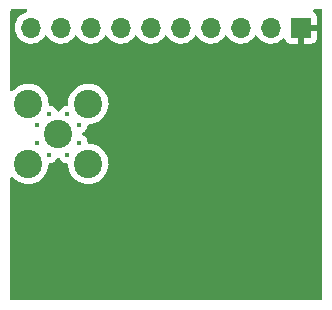
<source format=gbr>
%TF.GenerationSoftware,KiCad,Pcbnew,(6.0.10-0)*%
%TF.CreationDate,2023-02-01T22:05:35-08:00*%
%TF.ProjectId,DRF1268T,44524631-3236-4385-942e-6b696361645f,rev?*%
%TF.SameCoordinates,Original*%
%TF.FileFunction,Copper,L2,Bot*%
%TF.FilePolarity,Positive*%
%FSLAX46Y46*%
G04 Gerber Fmt 4.6, Leading zero omitted, Abs format (unit mm)*
G04 Created by KiCad (PCBNEW (6.0.10-0)) date 2023-02-01 22:05:35*
%MOMM*%
%LPD*%
G01*
G04 APERTURE LIST*
%TA.AperFunction,ComponentPad*%
%ADD10C,2.400000*%
%TD*%
%TA.AperFunction,ComponentPad*%
%ADD11R,1.700000X1.700000*%
%TD*%
%TA.AperFunction,ComponentPad*%
%ADD12O,1.700000X1.700000*%
%TD*%
%TA.AperFunction,ViaPad*%
%ADD13C,0.400000*%
%TD*%
%TA.AperFunction,ViaPad*%
%ADD14C,0.800000*%
%TD*%
G04 APERTURE END LIST*
D10*
%TO.P,J1,1*%
%TO.N,Net-(J1-Pad1)*%
X147320000Y-107318000D03*
%TO.P,J1,2*%
%TO.N,GND*%
X149860000Y-104778000D03*
%TO.P,J1,3*%
X144780000Y-104778000D03*
%TO.P,J1,4*%
X144780000Y-109858000D03*
%TO.P,J1,5*%
X149860000Y-109858000D03*
%TD*%
D11*
%TO.P,J2,1,Pin_1*%
%TO.N,+3.3V*%
X167864000Y-98323000D03*
D12*
%TO.P,J2,2,Pin_2*%
%TO.N,GND*%
X165324000Y-98323000D03*
%TO.P,J2,3,Pin_3*%
%TO.N,Net-(R1-Pad16)*%
X162784000Y-98323000D03*
%TO.P,J2,4,Pin_4*%
%TO.N,Net-(R1-Pad15)*%
X160244000Y-98323000D03*
%TO.P,J2,5,Pin_5*%
%TO.N,Net-(R1-Pad14)*%
X157704000Y-98323000D03*
%TO.P,J2,6,Pin_6*%
%TO.N,Net-(R1-Pad13)*%
X155164000Y-98323000D03*
%TO.P,J2,7,Pin_7*%
%TO.N,Net-(R1-Pad12)*%
X152624000Y-98323000D03*
%TO.P,J2,8,Pin_8*%
%TO.N,Net-(R1-Pad11)*%
X150084000Y-98323000D03*
%TO.P,J2,9,Pin_9*%
%TO.N,Net-(R1-Pad10)*%
X147544000Y-98323000D03*
%TO.P,J2,10,Pin_10*%
%TO.N,Net-(R1-Pad9)*%
X145004000Y-98323000D03*
%TD*%
D13*
%TO.N,GND*%
X149098000Y-106553000D03*
X149098000Y-108077000D03*
D14*
%TO.N,+3.3V*%
X168148000Y-119888000D03*
X154686000Y-119918000D03*
X154606000Y-110918000D03*
X168275000Y-110918000D03*
D13*
%TO.N,GND*%
X145542000Y-106553000D03*
X148082000Y-105664000D03*
X148082000Y-109093000D03*
X146558000Y-105664000D03*
X146558000Y-109093000D03*
X145542000Y-108077000D03*
%TD*%
%TA.AperFunction,Conductor*%
%TO.N,+3.3V*%
G36*
X144645750Y-96794502D02*
G01*
X144692243Y-96848158D01*
X144702347Y-96918432D01*
X144672853Y-96983012D01*
X144616774Y-97020265D01*
X144475756Y-97066357D01*
X144277607Y-97169507D01*
X144273474Y-97172610D01*
X144273471Y-97172612D01*
X144190450Y-97234946D01*
X144098965Y-97303635D01*
X143944629Y-97465138D01*
X143818743Y-97649680D01*
X143724688Y-97852305D01*
X143664989Y-98067570D01*
X143641251Y-98289695D01*
X143654110Y-98512715D01*
X143655247Y-98517761D01*
X143655248Y-98517767D01*
X143669606Y-98581475D01*
X143703222Y-98730639D01*
X143787266Y-98937616D01*
X143838942Y-99021944D01*
X143901291Y-99123688D01*
X143903987Y-99128088D01*
X144050250Y-99296938D01*
X144222126Y-99439632D01*
X144415000Y-99552338D01*
X144623692Y-99632030D01*
X144628760Y-99633061D01*
X144628763Y-99633062D01*
X144736017Y-99654883D01*
X144842597Y-99676567D01*
X144847772Y-99676757D01*
X144847774Y-99676757D01*
X145060673Y-99684564D01*
X145060677Y-99684564D01*
X145065837Y-99684753D01*
X145070957Y-99684097D01*
X145070959Y-99684097D01*
X145282288Y-99657025D01*
X145282289Y-99657025D01*
X145287416Y-99656368D01*
X145292366Y-99654883D01*
X145496429Y-99593661D01*
X145496434Y-99593659D01*
X145501384Y-99592174D01*
X145701994Y-99493896D01*
X145883860Y-99364173D01*
X146042096Y-99206489D01*
X146101594Y-99123689D01*
X146172453Y-99025077D01*
X146173776Y-99026028D01*
X146220645Y-98982857D01*
X146290580Y-98970625D01*
X146356026Y-98998144D01*
X146383875Y-99029994D01*
X146443987Y-99128088D01*
X146590250Y-99296938D01*
X146762126Y-99439632D01*
X146955000Y-99552338D01*
X147163692Y-99632030D01*
X147168760Y-99633061D01*
X147168763Y-99633062D01*
X147276017Y-99654883D01*
X147382597Y-99676567D01*
X147387772Y-99676757D01*
X147387774Y-99676757D01*
X147600673Y-99684564D01*
X147600677Y-99684564D01*
X147605837Y-99684753D01*
X147610957Y-99684097D01*
X147610959Y-99684097D01*
X147822288Y-99657025D01*
X147822289Y-99657025D01*
X147827416Y-99656368D01*
X147832366Y-99654883D01*
X148036429Y-99593661D01*
X148036434Y-99593659D01*
X148041384Y-99592174D01*
X148241994Y-99493896D01*
X148423860Y-99364173D01*
X148582096Y-99206489D01*
X148641594Y-99123689D01*
X148712453Y-99025077D01*
X148713776Y-99026028D01*
X148760645Y-98982857D01*
X148830580Y-98970625D01*
X148896026Y-98998144D01*
X148923875Y-99029994D01*
X148983987Y-99128088D01*
X149130250Y-99296938D01*
X149302126Y-99439632D01*
X149495000Y-99552338D01*
X149703692Y-99632030D01*
X149708760Y-99633061D01*
X149708763Y-99633062D01*
X149816017Y-99654883D01*
X149922597Y-99676567D01*
X149927772Y-99676757D01*
X149927774Y-99676757D01*
X150140673Y-99684564D01*
X150140677Y-99684564D01*
X150145837Y-99684753D01*
X150150957Y-99684097D01*
X150150959Y-99684097D01*
X150362288Y-99657025D01*
X150362289Y-99657025D01*
X150367416Y-99656368D01*
X150372366Y-99654883D01*
X150576429Y-99593661D01*
X150576434Y-99593659D01*
X150581384Y-99592174D01*
X150781994Y-99493896D01*
X150963860Y-99364173D01*
X151122096Y-99206489D01*
X151181594Y-99123689D01*
X151252453Y-99025077D01*
X151253776Y-99026028D01*
X151300645Y-98982857D01*
X151370580Y-98970625D01*
X151436026Y-98998144D01*
X151463875Y-99029994D01*
X151523987Y-99128088D01*
X151670250Y-99296938D01*
X151842126Y-99439632D01*
X152035000Y-99552338D01*
X152243692Y-99632030D01*
X152248760Y-99633061D01*
X152248763Y-99633062D01*
X152356017Y-99654883D01*
X152462597Y-99676567D01*
X152467772Y-99676757D01*
X152467774Y-99676757D01*
X152680673Y-99684564D01*
X152680677Y-99684564D01*
X152685837Y-99684753D01*
X152690957Y-99684097D01*
X152690959Y-99684097D01*
X152902288Y-99657025D01*
X152902289Y-99657025D01*
X152907416Y-99656368D01*
X152912366Y-99654883D01*
X153116429Y-99593661D01*
X153116434Y-99593659D01*
X153121384Y-99592174D01*
X153321994Y-99493896D01*
X153503860Y-99364173D01*
X153662096Y-99206489D01*
X153721594Y-99123689D01*
X153792453Y-99025077D01*
X153793776Y-99026028D01*
X153840645Y-98982857D01*
X153910580Y-98970625D01*
X153976026Y-98998144D01*
X154003875Y-99029994D01*
X154063987Y-99128088D01*
X154210250Y-99296938D01*
X154382126Y-99439632D01*
X154575000Y-99552338D01*
X154783692Y-99632030D01*
X154788760Y-99633061D01*
X154788763Y-99633062D01*
X154896017Y-99654883D01*
X155002597Y-99676567D01*
X155007772Y-99676757D01*
X155007774Y-99676757D01*
X155220673Y-99684564D01*
X155220677Y-99684564D01*
X155225837Y-99684753D01*
X155230957Y-99684097D01*
X155230959Y-99684097D01*
X155442288Y-99657025D01*
X155442289Y-99657025D01*
X155447416Y-99656368D01*
X155452366Y-99654883D01*
X155656429Y-99593661D01*
X155656434Y-99593659D01*
X155661384Y-99592174D01*
X155861994Y-99493896D01*
X156043860Y-99364173D01*
X156202096Y-99206489D01*
X156261594Y-99123689D01*
X156332453Y-99025077D01*
X156333776Y-99026028D01*
X156380645Y-98982857D01*
X156450580Y-98970625D01*
X156516026Y-98998144D01*
X156543875Y-99029994D01*
X156603987Y-99128088D01*
X156750250Y-99296938D01*
X156922126Y-99439632D01*
X157115000Y-99552338D01*
X157323692Y-99632030D01*
X157328760Y-99633061D01*
X157328763Y-99633062D01*
X157436017Y-99654883D01*
X157542597Y-99676567D01*
X157547772Y-99676757D01*
X157547774Y-99676757D01*
X157760673Y-99684564D01*
X157760677Y-99684564D01*
X157765837Y-99684753D01*
X157770957Y-99684097D01*
X157770959Y-99684097D01*
X157982288Y-99657025D01*
X157982289Y-99657025D01*
X157987416Y-99656368D01*
X157992366Y-99654883D01*
X158196429Y-99593661D01*
X158196434Y-99593659D01*
X158201384Y-99592174D01*
X158401994Y-99493896D01*
X158583860Y-99364173D01*
X158742096Y-99206489D01*
X158801594Y-99123689D01*
X158872453Y-99025077D01*
X158873776Y-99026028D01*
X158920645Y-98982857D01*
X158990580Y-98970625D01*
X159056026Y-98998144D01*
X159083875Y-99029994D01*
X159143987Y-99128088D01*
X159290250Y-99296938D01*
X159462126Y-99439632D01*
X159655000Y-99552338D01*
X159863692Y-99632030D01*
X159868760Y-99633061D01*
X159868763Y-99633062D01*
X159976017Y-99654883D01*
X160082597Y-99676567D01*
X160087772Y-99676757D01*
X160087774Y-99676757D01*
X160300673Y-99684564D01*
X160300677Y-99684564D01*
X160305837Y-99684753D01*
X160310957Y-99684097D01*
X160310959Y-99684097D01*
X160522288Y-99657025D01*
X160522289Y-99657025D01*
X160527416Y-99656368D01*
X160532366Y-99654883D01*
X160736429Y-99593661D01*
X160736434Y-99593659D01*
X160741384Y-99592174D01*
X160941994Y-99493896D01*
X161123860Y-99364173D01*
X161282096Y-99206489D01*
X161341594Y-99123689D01*
X161412453Y-99025077D01*
X161413776Y-99026028D01*
X161460645Y-98982857D01*
X161530580Y-98970625D01*
X161596026Y-98998144D01*
X161623875Y-99029994D01*
X161683987Y-99128088D01*
X161830250Y-99296938D01*
X162002126Y-99439632D01*
X162195000Y-99552338D01*
X162403692Y-99632030D01*
X162408760Y-99633061D01*
X162408763Y-99633062D01*
X162516017Y-99654883D01*
X162622597Y-99676567D01*
X162627772Y-99676757D01*
X162627774Y-99676757D01*
X162840673Y-99684564D01*
X162840677Y-99684564D01*
X162845837Y-99684753D01*
X162850957Y-99684097D01*
X162850959Y-99684097D01*
X163062288Y-99657025D01*
X163062289Y-99657025D01*
X163067416Y-99656368D01*
X163072366Y-99654883D01*
X163276429Y-99593661D01*
X163276434Y-99593659D01*
X163281384Y-99592174D01*
X163481994Y-99493896D01*
X163663860Y-99364173D01*
X163822096Y-99206489D01*
X163881594Y-99123689D01*
X163952453Y-99025077D01*
X163953776Y-99026028D01*
X164000645Y-98982857D01*
X164070580Y-98970625D01*
X164136026Y-98998144D01*
X164163875Y-99029994D01*
X164223987Y-99128088D01*
X164370250Y-99296938D01*
X164542126Y-99439632D01*
X164735000Y-99552338D01*
X164943692Y-99632030D01*
X164948760Y-99633061D01*
X164948763Y-99633062D01*
X165056017Y-99654883D01*
X165162597Y-99676567D01*
X165167772Y-99676757D01*
X165167774Y-99676757D01*
X165380673Y-99684564D01*
X165380677Y-99684564D01*
X165385837Y-99684753D01*
X165390957Y-99684097D01*
X165390959Y-99684097D01*
X165602288Y-99657025D01*
X165602289Y-99657025D01*
X165607416Y-99656368D01*
X165612366Y-99654883D01*
X165816429Y-99593661D01*
X165816434Y-99593659D01*
X165821384Y-99592174D01*
X166021994Y-99493896D01*
X166203860Y-99364173D01*
X166271331Y-99296938D01*
X166312479Y-99255933D01*
X166374851Y-99222017D01*
X166445658Y-99227205D01*
X166502419Y-99269851D01*
X166519401Y-99300954D01*
X166560676Y-99411054D01*
X166569214Y-99426649D01*
X166645715Y-99528724D01*
X166658276Y-99541285D01*
X166760351Y-99617786D01*
X166775946Y-99626324D01*
X166896394Y-99671478D01*
X166911649Y-99675105D01*
X166962514Y-99680631D01*
X166969328Y-99681000D01*
X167591885Y-99681000D01*
X167607124Y-99676525D01*
X167608329Y-99675135D01*
X167610000Y-99667452D01*
X167610000Y-99662884D01*
X168118000Y-99662884D01*
X168122475Y-99678123D01*
X168123865Y-99679328D01*
X168131548Y-99680999D01*
X168758669Y-99680999D01*
X168765490Y-99680629D01*
X168816352Y-99675105D01*
X168831604Y-99671479D01*
X168952054Y-99626324D01*
X168967649Y-99617786D01*
X169069724Y-99541285D01*
X169082285Y-99528724D01*
X169158786Y-99426649D01*
X169167324Y-99411054D01*
X169212478Y-99290606D01*
X169216105Y-99275351D01*
X169221631Y-99224486D01*
X169222000Y-99217672D01*
X169222000Y-98595115D01*
X169217525Y-98579876D01*
X169216135Y-98578671D01*
X169208452Y-98577000D01*
X168136115Y-98577000D01*
X168120876Y-98581475D01*
X168119671Y-98582865D01*
X168118000Y-98590548D01*
X168118000Y-99662884D01*
X167610000Y-99662884D01*
X167610000Y-98195000D01*
X167630002Y-98126879D01*
X167683658Y-98080386D01*
X167736000Y-98069000D01*
X169203884Y-98069000D01*
X169219123Y-98064525D01*
X169220328Y-98063135D01*
X169221999Y-98055452D01*
X169221999Y-97428331D01*
X169221629Y-97421510D01*
X169216105Y-97370648D01*
X169212479Y-97355396D01*
X169167324Y-97234946D01*
X169158786Y-97219351D01*
X169082285Y-97117276D01*
X169069724Y-97104715D01*
X168967649Y-97028214D01*
X168952052Y-97019675D01*
X168948870Y-97018482D01*
X168946173Y-97016456D01*
X168944182Y-97015366D01*
X168944339Y-97015079D01*
X168892105Y-96975841D01*
X168867405Y-96909279D01*
X168882612Y-96839930D01*
X168932898Y-96789812D01*
X168993099Y-96774500D01*
X169545500Y-96774500D01*
X169613621Y-96794502D01*
X169660114Y-96848158D01*
X169671500Y-96900500D01*
X169671500Y-121285500D01*
X169651498Y-121353621D01*
X169597842Y-121400114D01*
X169545500Y-121411500D01*
X143382500Y-121411500D01*
X143314379Y-121391498D01*
X143267886Y-121337842D01*
X143256500Y-121285500D01*
X143256500Y-111052715D01*
X143276502Y-110984594D01*
X143330158Y-110938101D01*
X143400432Y-110927997D01*
X143465012Y-110957491D01*
X143481075Y-110974764D01*
X143481097Y-110974745D01*
X143481670Y-110975404D01*
X143483460Y-110977329D01*
X143486963Y-110982020D01*
X143490272Y-110985300D01*
X143490277Y-110985306D01*
X143588859Y-111083031D01*
X143667307Y-111160797D01*
X143671069Y-111163555D01*
X143671072Y-111163558D01*
X143776764Y-111241054D01*
X143872094Y-111310953D01*
X143876229Y-111313129D01*
X143876233Y-111313131D01*
X143994289Y-111375243D01*
X144096827Y-111429191D01*
X144336568Y-111512912D01*
X144586050Y-111560278D01*
X144706532Y-111565011D01*
X144835125Y-111570064D01*
X144835130Y-111570064D01*
X144839793Y-111570247D01*
X144938774Y-111559407D01*
X145087569Y-111543112D01*
X145087575Y-111543111D01*
X145092222Y-111542602D01*
X145201680Y-111513784D01*
X145333273Y-111479138D01*
X145337793Y-111477948D01*
X145456353Y-111427011D01*
X145566807Y-111379557D01*
X145566810Y-111379555D01*
X145571110Y-111377708D01*
X145575090Y-111375245D01*
X145575094Y-111375243D01*
X145783064Y-111246547D01*
X145783066Y-111246545D01*
X145787047Y-111244082D01*
X145885428Y-111160797D01*
X145977289Y-111083031D01*
X145977291Y-111083029D01*
X145980862Y-111080006D01*
X146148295Y-110889084D01*
X146285669Y-110675512D01*
X146389967Y-110443980D01*
X146458896Y-110199575D01*
X146490943Y-109947667D01*
X146491529Y-109925275D01*
X146513306Y-109857702D01*
X146568160Y-109812628D01*
X146619459Y-109802588D01*
X146632602Y-109802794D01*
X146640006Y-109801098D01*
X146640008Y-109801098D01*
X146702846Y-109786706D01*
X146799759Y-109764510D01*
X146952958Y-109687459D01*
X146958729Y-109682530D01*
X146958732Y-109682528D01*
X147077578Y-109581023D01*
X147083355Y-109576089D01*
X147183424Y-109436830D01*
X147186255Y-109429786D01*
X147186259Y-109429780D01*
X147202286Y-109389911D01*
X147246253Y-109334167D01*
X147313378Y-109311042D01*
X147382349Y-109327879D01*
X147431269Y-109379332D01*
X147437519Y-109393606D01*
X147446085Y-109417015D01*
X147450322Y-109423321D01*
X147450324Y-109423324D01*
X147459400Y-109436830D01*
X147541730Y-109559349D01*
X147668565Y-109674760D01*
X147819268Y-109756585D01*
X147985139Y-109800101D01*
X148028587Y-109800783D01*
X148096384Y-109821851D01*
X148142029Y-109876230D01*
X148152463Y-109920721D01*
X148153908Y-109950798D01*
X148159480Y-110066798D01*
X148209021Y-110315857D01*
X148210600Y-110320255D01*
X148210602Y-110320262D01*
X148255022Y-110443980D01*
X148294831Y-110554858D01*
X148415025Y-110778551D01*
X148417820Y-110782294D01*
X148417822Y-110782297D01*
X148564171Y-110978282D01*
X148564176Y-110978288D01*
X148566963Y-110982020D01*
X148570272Y-110985300D01*
X148570277Y-110985306D01*
X148668859Y-111083031D01*
X148747307Y-111160797D01*
X148751069Y-111163555D01*
X148751072Y-111163558D01*
X148856764Y-111241054D01*
X148952094Y-111310953D01*
X148956229Y-111313129D01*
X148956233Y-111313131D01*
X149074289Y-111375243D01*
X149176827Y-111429191D01*
X149416568Y-111512912D01*
X149666050Y-111560278D01*
X149786532Y-111565011D01*
X149915125Y-111570064D01*
X149915130Y-111570064D01*
X149919793Y-111570247D01*
X150018774Y-111559407D01*
X150167569Y-111543112D01*
X150167575Y-111543111D01*
X150172222Y-111542602D01*
X150281680Y-111513784D01*
X150413273Y-111479138D01*
X150417793Y-111477948D01*
X150536353Y-111427011D01*
X150646807Y-111379557D01*
X150646810Y-111379555D01*
X150651110Y-111377708D01*
X150655090Y-111375245D01*
X150655094Y-111375243D01*
X150863064Y-111246547D01*
X150863066Y-111246545D01*
X150867047Y-111244082D01*
X150965428Y-111160797D01*
X151057289Y-111083031D01*
X151057291Y-111083029D01*
X151060862Y-111080006D01*
X151228295Y-110889084D01*
X151365669Y-110675512D01*
X151469967Y-110443980D01*
X151538896Y-110199575D01*
X151570943Y-109947667D01*
X151571530Y-109925276D01*
X151572264Y-109897233D01*
X151573291Y-109858000D01*
X151569919Y-109812628D01*
X151554818Y-109609411D01*
X151554817Y-109609407D01*
X151554472Y-109604759D01*
X151546589Y-109569919D01*
X151499459Y-109361639D01*
X151498428Y-109357082D01*
X151406391Y-109120409D01*
X151404073Y-109116353D01*
X151282702Y-108903997D01*
X151282700Y-108903995D01*
X151280383Y-108899940D01*
X151123171Y-108700517D01*
X150956096Y-108543349D01*
X150941610Y-108529722D01*
X150941608Y-108529720D01*
X150938209Y-108526523D01*
X150894483Y-108496189D01*
X150733393Y-108384437D01*
X150733390Y-108384435D01*
X150729561Y-108381779D01*
X150725384Y-108379719D01*
X150725377Y-108379715D01*
X150505996Y-108271528D01*
X150505992Y-108271527D01*
X150501810Y-108269464D01*
X150259960Y-108192047D01*
X150255355Y-108191297D01*
X150013935Y-108151980D01*
X150013934Y-108151980D01*
X150009323Y-108151229D01*
X149979855Y-108150843D01*
X149930584Y-108150198D01*
X149862731Y-108129306D01*
X149816945Y-108075046D01*
X149807147Y-108039346D01*
X149792015Y-107914300D01*
X149792014Y-107914298D01*
X149791102Y-107906758D01*
X149730487Y-107746344D01*
X149633357Y-107605019D01*
X149627686Y-107599966D01*
X149510993Y-107495996D01*
X149510990Y-107495994D01*
X149505321Y-107490943D01*
X149497325Y-107486709D01*
X149382346Y-107425831D01*
X149331503Y-107376279D01*
X149315521Y-107307104D01*
X149339475Y-107240271D01*
X149384690Y-107201912D01*
X149492958Y-107147459D01*
X149498729Y-107142530D01*
X149498732Y-107142528D01*
X149617578Y-107041023D01*
X149623355Y-107036089D01*
X149723424Y-106896830D01*
X149787385Y-106737720D01*
X149807299Y-106597796D01*
X149836700Y-106533173D01*
X149896371Y-106494704D01*
X149919864Y-106490891D01*
X149919793Y-106490247D01*
X150167569Y-106463112D01*
X150167575Y-106463111D01*
X150172222Y-106462602D01*
X150281680Y-106433784D01*
X150413273Y-106399138D01*
X150417793Y-106397948D01*
X150536353Y-106347011D01*
X150646807Y-106299557D01*
X150646810Y-106299555D01*
X150651110Y-106297708D01*
X150655090Y-106295245D01*
X150655094Y-106295243D01*
X150863064Y-106166547D01*
X150863066Y-106166545D01*
X150867047Y-106164082D01*
X150965428Y-106080797D01*
X151057289Y-106003031D01*
X151057291Y-106003029D01*
X151060862Y-106000006D01*
X151228295Y-105809084D01*
X151365669Y-105595512D01*
X151469967Y-105363980D01*
X151538896Y-105119575D01*
X151549115Y-105039252D01*
X151570545Y-104870798D01*
X151570545Y-104870792D01*
X151570943Y-104867667D01*
X151573291Y-104778000D01*
X151554472Y-104524759D01*
X151498428Y-104277082D01*
X151406391Y-104040409D01*
X151385866Y-104004498D01*
X151282702Y-103823997D01*
X151282700Y-103823995D01*
X151280383Y-103819940D01*
X151123171Y-103620517D01*
X150938209Y-103446523D01*
X150894483Y-103416189D01*
X150733393Y-103304437D01*
X150733390Y-103304435D01*
X150729561Y-103301779D01*
X150725384Y-103299719D01*
X150725377Y-103299715D01*
X150505996Y-103191528D01*
X150505992Y-103191527D01*
X150501810Y-103189464D01*
X150259960Y-103112047D01*
X150255355Y-103111297D01*
X150013935Y-103071980D01*
X150013934Y-103071980D01*
X150009323Y-103071229D01*
X149882364Y-103069567D01*
X149760083Y-103067966D01*
X149760080Y-103067966D01*
X149755406Y-103067905D01*
X149503787Y-103102149D01*
X149259993Y-103173208D01*
X149029380Y-103279522D01*
X149025471Y-103282085D01*
X148820928Y-103416189D01*
X148820923Y-103416193D01*
X148817015Y-103418755D01*
X148627562Y-103587848D01*
X148465183Y-103783087D01*
X148333447Y-104000182D01*
X148235246Y-104234365D01*
X148172738Y-104480490D01*
X148147296Y-104733151D01*
X148147520Y-104737817D01*
X148147520Y-104737822D01*
X148151618Y-104823114D01*
X148134908Y-104892116D01*
X148083545Y-104941130D01*
X148025102Y-104955158D01*
X147999969Y-104955026D01*
X147992589Y-104956798D01*
X147992587Y-104956798D01*
X147840602Y-104993286D01*
X147840598Y-104993287D01*
X147833223Y-104995058D01*
X147680839Y-105073709D01*
X147551615Y-105186439D01*
X147453010Y-105326739D01*
X147450251Y-105333815D01*
X147450248Y-105333821D01*
X147437661Y-105366107D01*
X147394281Y-105422309D01*
X147327402Y-105446136D01*
X147258258Y-105430023D01*
X147208802Y-105379086D01*
X147202402Y-105364876D01*
X147193171Y-105340447D01*
X147190487Y-105333344D01*
X147093357Y-105192019D01*
X147087686Y-105186966D01*
X146970993Y-105082996D01*
X146970990Y-105082994D01*
X146965321Y-105077943D01*
X146957325Y-105073709D01*
X146820481Y-105001254D01*
X146820482Y-105001254D01*
X146813769Y-104997700D01*
X146796196Y-104993286D01*
X146654822Y-104957775D01*
X146654818Y-104957775D01*
X146647451Y-104955924D01*
X146639852Y-104955884D01*
X146639850Y-104955884D01*
X146617318Y-104955766D01*
X146549303Y-104935407D01*
X146503092Y-104881509D01*
X146492022Y-104826470D01*
X146493208Y-104781160D01*
X146493291Y-104778000D01*
X146474472Y-104524759D01*
X146418428Y-104277082D01*
X146326391Y-104040409D01*
X146305866Y-104004498D01*
X146202702Y-103823997D01*
X146202700Y-103823995D01*
X146200383Y-103819940D01*
X146043171Y-103620517D01*
X145858209Y-103446523D01*
X145814483Y-103416189D01*
X145653393Y-103304437D01*
X145653390Y-103304435D01*
X145649561Y-103301779D01*
X145645384Y-103299719D01*
X145645377Y-103299715D01*
X145425996Y-103191528D01*
X145425992Y-103191527D01*
X145421810Y-103189464D01*
X145179960Y-103112047D01*
X145175355Y-103111297D01*
X144933935Y-103071980D01*
X144933934Y-103071980D01*
X144929323Y-103071229D01*
X144802364Y-103069567D01*
X144680083Y-103067966D01*
X144680080Y-103067966D01*
X144675406Y-103067905D01*
X144423787Y-103102149D01*
X144179993Y-103173208D01*
X143949380Y-103279522D01*
X143945471Y-103282085D01*
X143740928Y-103416189D01*
X143740923Y-103416193D01*
X143737015Y-103418755D01*
X143547562Y-103587848D01*
X143517341Y-103624185D01*
X143479374Y-103669835D01*
X143420436Y-103709419D01*
X143349454Y-103710855D01*
X143288964Y-103673688D01*
X143258171Y-103609717D01*
X143256500Y-103589266D01*
X143256500Y-96900500D01*
X143276502Y-96832379D01*
X143330158Y-96785886D01*
X143382500Y-96774500D01*
X144577629Y-96774500D01*
X144645750Y-96794502D01*
G37*
%TD.AperFunction*%
%TD*%
M02*

</source>
